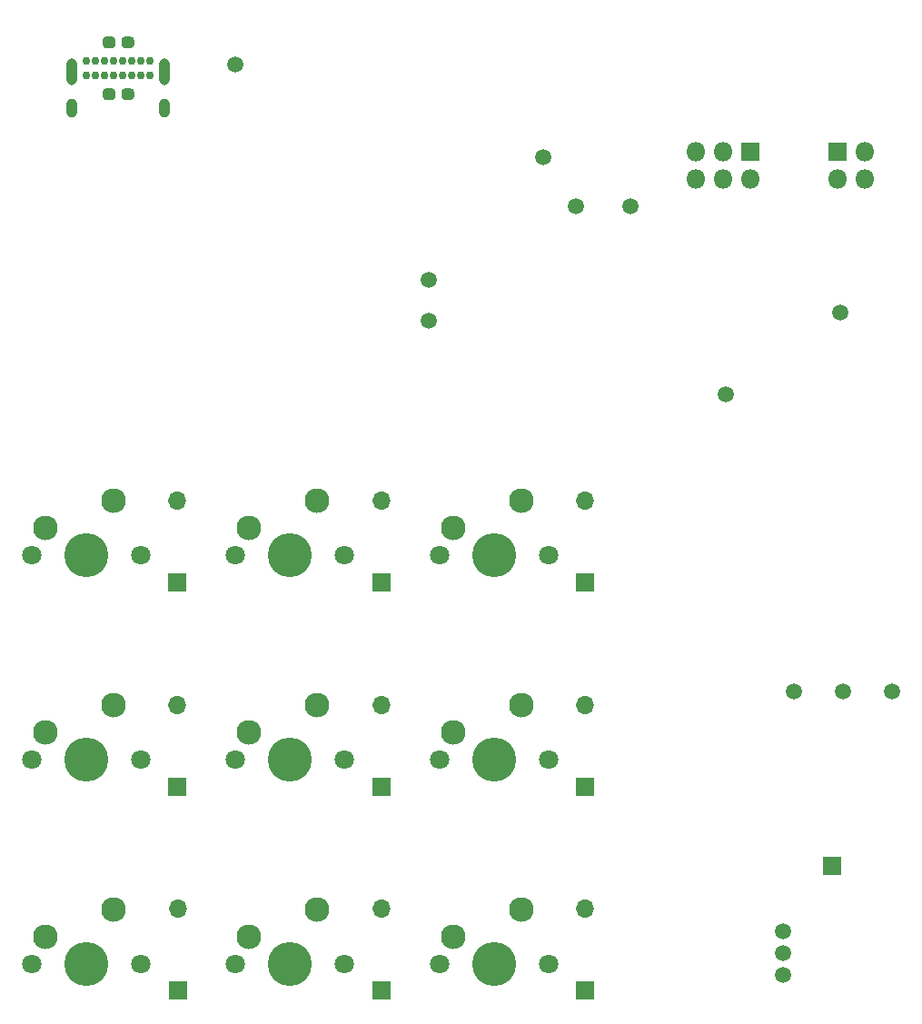
<source format=gbr>
%TF.GenerationSoftware,KiCad,Pcbnew,(5.1.6)-1*%
%TF.CreationDate,2020-09-26T21:35:22-04:00*%
%TF.ProjectId,QAZ_testboard,51415a5f-7465-4737-9462-6f6172642e6b,v1.0*%
%TF.SameCoordinates,Original*%
%TF.FileFunction,Soldermask,Bot*%
%TF.FilePolarity,Negative*%
%FSLAX46Y46*%
G04 Gerber Fmt 4.6, Leading zero omitted, Abs format (unit mm)*
G04 Created by KiCad (PCBNEW (5.1.6)-1) date 2020-09-26 21:35:22*
%MOMM*%
%LPD*%
G01*
G04 APERTURE LIST*
%ADD10C,1.500000*%
%ADD11R,1.750000X1.750000*%
%ADD12C,1.800000*%
%ADD13C,4.100000*%
%ADD14C,2.300000*%
%ADD15O,1.700000X1.700000*%
%ADD16R,1.700000X1.700000*%
%ADD17O,1.800000X1.800000*%
%ADD18R,1.800000X1.800000*%
%ADD19C,0.750000*%
%ADD20O,1.000000X2.500000*%
%ADD21O,1.000000X1.800000*%
G04 APERTURE END LIST*
D10*
%TO.C,TP14*%
X124968000Y-67564000D03*
%TD*%
%TO.C,TP13*%
X124968000Y-63754000D03*
%TD*%
D11*
%TO.C,U3*%
X162560000Y-118364000D03*
%TD*%
D10*
%TO.C,TP17*%
X157988000Y-128524000D03*
%TD*%
%TO.C,TP16*%
X157988000Y-126492000D03*
%TD*%
%TO.C,TP15*%
X157988000Y-124460000D03*
%TD*%
%TO.C,TP12*%
X163322000Y-66802000D03*
%TD*%
%TO.C,TP9*%
X159004000Y-102108000D03*
%TD*%
%TO.C,TP11*%
X163576000Y-102108000D03*
%TD*%
%TO.C,TP10*%
X168148000Y-102108000D03*
%TD*%
%TO.C,TP8*%
X152654000Y-74422000D03*
%TD*%
%TO.C,TP7*%
X143764000Y-56896000D03*
%TD*%
%TO.C,TP6*%
X138684000Y-56896000D03*
%TD*%
%TO.C,TP5*%
X135636000Y-52324000D03*
%TD*%
%TO.C,TP1*%
X106934000Y-43688000D03*
%TD*%
D12*
%TO.C,SW10*%
X136080000Y-127500000D03*
X125920000Y-127500000D03*
D13*
X131000000Y-127500000D03*
D14*
X127190000Y-124960000D03*
X133540000Y-122420000D03*
%TD*%
D12*
%TO.C,SW9*%
X136080000Y-108500000D03*
X125920000Y-108500000D03*
D13*
X131000000Y-108500000D03*
D14*
X127190000Y-105960000D03*
X133540000Y-103420000D03*
%TD*%
D12*
%TO.C,SW8*%
X136080000Y-89408000D03*
X125920000Y-89408000D03*
D13*
X131000000Y-89408000D03*
D14*
X127190000Y-86868000D03*
X133540000Y-84328000D03*
%TD*%
D12*
%TO.C,SW7*%
X117080000Y-127500000D03*
X106920000Y-127500000D03*
D13*
X112000000Y-127500000D03*
D14*
X108190000Y-124960000D03*
X114540000Y-122420000D03*
%TD*%
D12*
%TO.C,SW6*%
X117080000Y-108500000D03*
X106920000Y-108500000D03*
D13*
X112000000Y-108500000D03*
D14*
X108190000Y-105960000D03*
X114540000Y-103420000D03*
%TD*%
D12*
%TO.C,SW5*%
X117080000Y-89408000D03*
X106920000Y-89408000D03*
D13*
X112000000Y-89408000D03*
D14*
X108190000Y-86868000D03*
X114540000Y-84328000D03*
%TD*%
D12*
%TO.C,SW4*%
X98080000Y-127500000D03*
X87920000Y-127500000D03*
D13*
X93000000Y-127500000D03*
D14*
X89190000Y-124960000D03*
X95540000Y-122420000D03*
%TD*%
D12*
%TO.C,SW3*%
X98080000Y-108500000D03*
X87920000Y-108500000D03*
D13*
X93000000Y-108500000D03*
D14*
X89190000Y-105960000D03*
X95540000Y-103420000D03*
%TD*%
D12*
%TO.C,SW2*%
X98080000Y-89408000D03*
X87920000Y-89408000D03*
D13*
X93000000Y-89408000D03*
D14*
X89190000Y-86868000D03*
X95540000Y-84328000D03*
%TD*%
%TO.C,R15*%
G36*
G01*
X96312000Y-46744500D02*
X96312000Y-46219500D01*
G75*
G02*
X96574500Y-45957000I262500J0D01*
G01*
X97199500Y-45957000D01*
G75*
G02*
X97462000Y-46219500I0J-262500D01*
G01*
X97462000Y-46744500D01*
G75*
G02*
X97199500Y-47007000I-262500J0D01*
G01*
X96574500Y-47007000D01*
G75*
G02*
X96312000Y-46744500I0J262500D01*
G01*
G37*
G36*
G01*
X94562000Y-46744500D02*
X94562000Y-46219500D01*
G75*
G02*
X94824500Y-45957000I262500J0D01*
G01*
X95449500Y-45957000D01*
G75*
G02*
X95712000Y-46219500I0J-262500D01*
G01*
X95712000Y-46744500D01*
G75*
G02*
X95449500Y-47007000I-262500J0D01*
G01*
X94824500Y-47007000D01*
G75*
G02*
X94562000Y-46744500I0J262500D01*
G01*
G37*
%TD*%
%TO.C,R12*%
G36*
G01*
X95712000Y-41393500D02*
X95712000Y-41918500D01*
G75*
G02*
X95449500Y-42181000I-262500J0D01*
G01*
X94824500Y-42181000D01*
G75*
G02*
X94562000Y-41918500I0J262500D01*
G01*
X94562000Y-41393500D01*
G75*
G02*
X94824500Y-41131000I262500J0D01*
G01*
X95449500Y-41131000D01*
G75*
G02*
X95712000Y-41393500I0J-262500D01*
G01*
G37*
G36*
G01*
X97462000Y-41393500D02*
X97462000Y-41918500D01*
G75*
G02*
X97199500Y-42181000I-262500J0D01*
G01*
X96574500Y-42181000D01*
G75*
G02*
X96312000Y-41918500I0J262500D01*
G01*
X96312000Y-41393500D01*
G75*
G02*
X96574500Y-41131000I262500J0D01*
G01*
X97199500Y-41131000D01*
G75*
G02*
X97462000Y-41393500I0J-262500D01*
G01*
G37*
%TD*%
D15*
%TO.C,D9*%
X139500000Y-122380000D03*
D16*
X139500000Y-130000000D03*
%TD*%
D15*
%TO.C,D8*%
X139500000Y-103380000D03*
D16*
X139500000Y-111000000D03*
%TD*%
D15*
%TO.C,D7*%
X139500000Y-84380000D03*
D16*
X139500000Y-92000000D03*
%TD*%
D15*
%TO.C,D6*%
X120500000Y-122380000D03*
D16*
X120500000Y-130000000D03*
%TD*%
D15*
%TO.C,D5*%
X120500000Y-103380000D03*
D16*
X120500000Y-111000000D03*
%TD*%
D15*
%TO.C,D4*%
X120500000Y-84380000D03*
D16*
X120500000Y-92000000D03*
%TD*%
D15*
%TO.C,D3*%
X101600000Y-122380000D03*
D16*
X101600000Y-130000000D03*
%TD*%
D15*
%TO.C,D2*%
X101500000Y-103380000D03*
D16*
X101500000Y-111000000D03*
%TD*%
D15*
%TO.C,D1*%
X101500000Y-84380000D03*
D16*
X101500000Y-92000000D03*
%TD*%
D17*
%TO.C,CN3*%
X165608000Y-54356000D03*
X163068000Y-54356000D03*
X165608000Y-51816000D03*
D18*
X163068000Y-51816000D03*
%TD*%
D17*
%TO.C,CN2*%
X149860000Y-54356000D03*
X149860000Y-51816000D03*
X152400000Y-54356000D03*
X152400000Y-51816000D03*
X154940000Y-54356000D03*
D18*
X154940000Y-51816000D03*
%TD*%
D19*
%TO.C,CN1*%
X94689000Y-43408000D03*
X92989000Y-43408000D03*
X93839000Y-43408000D03*
X95539000Y-43408000D03*
X96389000Y-43408000D03*
X97239000Y-43408000D03*
X98089000Y-43408000D03*
X98939000Y-43408000D03*
X92989000Y-44733000D03*
X93844000Y-44733000D03*
X94694000Y-44733000D03*
X95544000Y-44733000D03*
X96394000Y-44733000D03*
X97244000Y-44733000D03*
X98094000Y-44733000D03*
X98944000Y-44733000D03*
D20*
X91639000Y-44388000D03*
X100289000Y-44388000D03*
D21*
X91639000Y-47768000D03*
X100289000Y-47768000D03*
%TD*%
M02*

</source>
